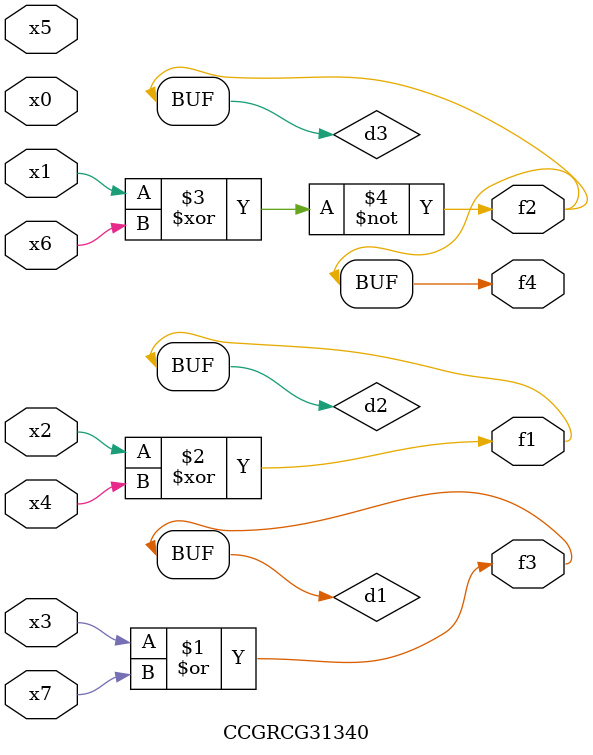
<source format=v>
module CCGRCG31340(
	input x0, x1, x2, x3, x4, x5, x6, x7,
	output f1, f2, f3, f4
);

	wire d1, d2, d3;

	or (d1, x3, x7);
	xor (d2, x2, x4);
	xnor (d3, x1, x6);
	assign f1 = d2;
	assign f2 = d3;
	assign f3 = d1;
	assign f4 = d3;
endmodule

</source>
